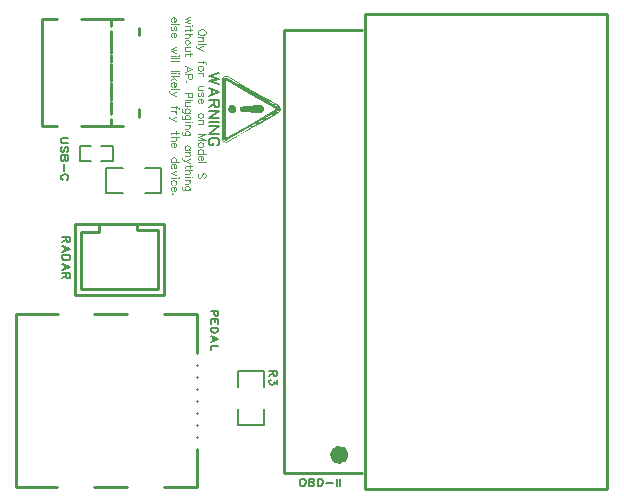
<source format=gto>
G04 Layer: TopSilkscreenLayer*
G04 EasyEDA Pro v2.2.37.7, 2025-04-21 16:56:55*
G04 Gerber Generator version 0.3*
G04 Scale: 100 percent, Rotated: No, Reflected: No*
G04 Dimensions in millimeters*
G04 Leading zeros omitted, absolute positions, 4 integers and 5 decimals*
%FSLAX45Y45*%
%MOMM*%
%ADD10C,0.127*%
%ADD11C,0.0508*%
%ADD12C,0.1524*%
%ADD13C,0.254*%
%ADD14C,0.8*%
G75*


G04 Image Start*
G36*
G01X-20891881Y4457051D02*
G01X-20892165Y4459978D01*
G01X-20892757Y4462333D01*
G01X-20893348Y4464688D01*
G01X-20894489Y4467570D01*
G01X-20895629Y4470451D01*
G01X-20897684Y4473580D01*
G01X-20899738Y4476710D01*
G01X-20902024Y4478995D01*
G01X-20904309Y4481280D01*
G01X-20906546Y4482857D01*
G01X-20908783Y4484435D01*
G01X-21124030Y4608961D01*
G01X-21339277Y4733487D01*
G01X-21341695Y4734508D01*
G01X-21344113Y4735529D01*
G01X-21347335Y4736315D01*
G01X-21350558Y4737100D01*
G01X-21355289Y4737076D01*
G01X-21360020Y4737052D01*
G01X-21363658Y4736111D01*
G01X-21367298Y4735169D01*
G01X-21370360Y4733700D01*
G01X-21373423Y4732231D01*
G01X-21375819Y4730634D01*
G01X-21378215Y4729037D01*
G01X-21380849Y4726474D01*
G01X-21383483Y4723910D01*
G01X-21385623Y4720648D01*
G01X-21387763Y4717385D01*
G01X-21388949Y4714533D01*
G01X-21390135Y4711681D01*
G01X-21390818Y4708336D01*
G01X-21391500Y4704992D01*
G01X-21391407Y4452605D01*
G01X-21391316Y4201675D01*
G01X-21383309Y4201675D01*
G01X-21383309Y4453578D01*
G01X-21383309Y4705116D01*
G01X-21375502Y4705116D01*
G01X-21375403Y4453578D01*
G01X-21355472Y4453578D01*
G01X-21355469Y4457767D01*
G01X-21337381Y4457767D01*
G01X-21337381Y4453578D01*
G01X-21337381Y4449388D01*
G01X-21336941Y4447203D01*
G01X-21336501Y4445017D01*
G01X-21335745Y4442649D01*
G01X-21334990Y4440281D01*
G01X-21333627Y4437549D01*
G01X-21332264Y4434817D01*
G01X-21330593Y4432592D01*
G01X-21328922Y4430367D01*
G01X-21326454Y4428038D01*
G01X-21323986Y4425710D01*
G01X-21321876Y4424310D01*
G01X-21319767Y4422911D01*
G01X-21317111Y4421683D01*
G01X-21314456Y4420455D01*
G01X-21311582Y4419622D01*
G01X-21308709Y4418788D01*
G01X-21302523Y4418789D01*
G01X-21296337Y4418789D01*
G01X-21294031Y4419427D01*
G01X-21291724Y4420065D01*
G01X-21289000Y4421157D01*
G01X-21286276Y4422249D01*
G01X-21283664Y4423936D01*
G01X-21281053Y4425623D01*
G01X-21278961Y4427433D01*
G01X-21276868Y4429243D01*
G01X-21274625Y4432212D01*
G01X-21272382Y4435181D01*
G01X-21270816Y4438476D01*
G01X-21269251Y4441770D01*
G01X-21268490Y4444851D01*
G01X-21267729Y4447931D01*
G01X-21267576Y4452485D01*
G01X-21267423Y4457038D01*
G01X-21267426Y4457053D01*
G01X-21238295Y4457053D01*
G01X-21238289Y4453767D01*
G01X-21238284Y4450481D01*
G01X-21237736Y4448155D01*
G01X-21237189Y4445829D01*
G01X-21235705Y4442974D01*
G01X-21234221Y4440118D01*
G01X-21231950Y4437832D01*
G01X-21229679Y4435546D01*
G01X-21227346Y4434170D01*
G01X-21225012Y4432794D01*
G01X-21222647Y4432058D01*
G01X-21220282Y4431321D01*
G01X-21213208Y4430785D01*
G01X-21206133Y4430250D01*
G01X-21182640Y4428248D01*
G01X-21159146Y4426246D01*
G01X-21148593Y4425348D01*
G01X-21138040Y4424450D01*
G01X-21103746Y4421528D01*
G01X-21069452Y4418606D01*
G01X-21067131Y4418606D01*
G01X-21064810Y4418606D01*
G01X-21061696Y4419150D01*
G01X-21058582Y4419693D01*
G01X-21055510Y4420806D01*
G01X-21052438Y4421919D01*
G01X-21049388Y4423785D01*
G01X-21046337Y4425650D01*
G01X-21043201Y4428777D01*
G01X-21040064Y4431903D01*
G01X-21038365Y4434537D01*
G01X-21036667Y4437172D01*
G01X-21035573Y4439746D01*
G01X-21034479Y4442319D01*
G01X-21033759Y4445125D01*
G01X-21033039Y4447931D01*
G01X-21032894Y4452303D01*
G01X-21032749Y4456674D01*
G01X-21032915Y4457767D01*
G01X-21032915Y4457767D01*
G01X-21033080Y4458860D01*
G01X-21033620Y4461327D01*
G01X-21034159Y4463794D01*
G01X-21035077Y4466236D01*
G01X-21035995Y4468678D01*
G01X-21037283Y4470982D01*
G01X-21038570Y4473287D01*
G01X-21040764Y4475909D01*
G01X-21042957Y4478531D01*
G01X-21044786Y4480095D01*
G01X-21046615Y4481658D01*
G01X-21048201Y4482751D01*
G01X-21049787Y4483843D01*
G01X-21052793Y4485286D01*
G01X-21055799Y4486729D01*
G01X-21058346Y4487486D01*
G01X-21060893Y4488243D01*
G01X-21065078Y4488424D01*
G01X-21069263Y4488604D01*
G01X-21106199Y4485480D01*
G01X-21143135Y4482355D01*
G01X-21173703Y4479802D01*
G01X-21204270Y4477249D01*
G01X-21212292Y4476527D01*
G01X-21220314Y4475804D01*
G01X-21222299Y4475220D01*
G01X-21224285Y4474636D01*
G01X-21226830Y4473305D01*
G01X-21229375Y4471974D01*
G01X-21231590Y4469788D01*
G01X-21233805Y4467602D01*
G01X-21235302Y4465053D01*
G01X-21236799Y4462502D01*
G01X-21237547Y4459778D01*
G01X-21238295Y4457053D01*
G01X-21267426Y4457053D01*
G01X-21267958Y4459865D01*
G01X-21267958Y4459865D01*
G01X-21268493Y4462692D01*
G01X-21269245Y4464925D01*
G01X-21269996Y4467158D01*
G01X-21271229Y4469608D01*
G01X-21272461Y4472058D01*
G01X-21274665Y4474985D01*
G01X-21276868Y4477912D01*
G01X-21278961Y4479722D01*
G01X-21281053Y4481532D01*
G01X-21283600Y4483177D01*
G01X-21286148Y4484822D01*
G01X-21288398Y4485769D01*
G01X-21290649Y4486717D01*
G01X-21293493Y4487542D01*
G01X-21296337Y4488367D01*
G01X-21302523Y4488367D01*
G01X-21308709Y4488367D01*
G01X-21311582Y4487534D01*
G01X-21314456Y4486701D01*
G01X-21317111Y4485472D01*
G01X-21319767Y4484244D01*
G01X-21321876Y4482845D01*
G01X-21323986Y4481445D01*
G01X-21326454Y4479117D01*
G01X-21328922Y4476789D01*
G01X-21330593Y4474564D01*
G01X-21332264Y4472338D01*
G01X-21333627Y4469606D01*
G01X-21334990Y4466874D01*
G01X-21335745Y4464506D01*
G01X-21336501Y4462138D01*
G01X-21336941Y4459953D01*
G01X-21337381Y4457767D01*
G01X-21355469Y4457767D01*
G01X-21355380Y4577262D01*
G01X-21355289Y4700947D01*
G01X-21141757Y4577394D01*
G01X-20928225Y4453840D01*
G01X-20928333Y4453515D01*
G01X-20928441Y4453190D01*
G01X-21141865Y4329699D01*
G01X-21141865Y4329699D01*
G01X-21355289Y4206209D01*
G01X-21355380Y4329893D01*
G01X-21355472Y4453578D01*
G01X-21375403Y4453578D01*
G01X-21375403Y4452849D01*
G01X-21375303Y4200582D01*
G01X-21373706Y4197303D01*
G01X-21372109Y4194025D01*
G01X-21369701Y4191657D01*
G01X-21367294Y4189289D01*
G01X-21365112Y4188136D01*
G01X-21362931Y4186982D01*
G01X-21360695Y4186406D01*
G01X-21358459Y4185828D01*
G01X-21355393Y4185828D01*
G01X-21352328Y4185828D01*
G01X-21350351Y4186415D01*
G01X-21348375Y4187003D01*
G01X-21346555Y4187925D01*
G01X-21344736Y4188847D01*
G01X-21166243Y4292122D01*
G01X-20987749Y4395396D01*
G01X-20952815Y4415605D01*
G01X-20917881Y4435814D01*
G01X-20915644Y4437402D01*
G01X-20913407Y4438989D01*
G01X-20911876Y4440910D01*
G01X-20910345Y4442831D01*
G01X-20909514Y4444470D01*
G01X-20908682Y4446110D01*
G01X-20908096Y4448088D01*
G01X-20907509Y4450067D01*
G01X-20907531Y4453735D01*
G01X-20907552Y4457403D01*
G01X-20908399Y4459850D01*
G01X-20908399Y4459850D01*
G01X-20909247Y4462298D01*
G01X-20910258Y4464040D01*
G01X-20911270Y4465781D01*
G01X-20913507Y4467967D01*
G01X-20915745Y4470153D01*
G01X-21130604Y4594426D01*
G01X-21345463Y4718700D01*
G01X-21347283Y4719599D01*
G01X-21349103Y4720498D01*
G01X-21351104Y4720974D01*
G01X-21353106Y4721450D01*
G01X-21356017Y4721410D01*
G01X-21358928Y4721369D01*
G01X-21361293Y4720633D01*
G01X-21363658Y4719896D01*
G01X-21365842Y4718586D01*
G01X-21368025Y4717275D01*
G01X-21369618Y4715749D01*
G01X-21371210Y4714223D01*
G01X-21372565Y4712157D01*
G01X-21373920Y4710090D01*
G01X-21374711Y4707603D01*
G01X-21375502Y4705116D01*
G01X-21383309Y4705116D01*
G01X-21383309Y4705480D01*
G01X-21382672Y4707848D01*
G01X-21382035Y4710216D01*
G01X-21380345Y4713677D01*
G01X-21378656Y4717138D01*
G01X-21375160Y4720643D01*
G01X-21371664Y4724149D01*
G01X-21367843Y4725988D01*
G01X-21364023Y4727826D01*
G01X-21361293Y4728430D01*
G01X-21358564Y4729033D01*
G01X-21354925Y4729016D01*
G01X-21351286Y4729000D01*
G01X-21348504Y4728284D01*
G01X-21345723Y4727569D01*
G01X-21343488Y4726440D01*
G01X-21341253Y4725311D01*
G01X-21127747Y4601800D01*
G01X-20914241Y4478289D01*
G01X-20912240Y4476981D01*
G01X-20910238Y4475673D01*
G01X-20908122Y4473654D01*
G01X-20906005Y4471635D01*
G01X-20904430Y4469254D01*
G01X-20902855Y4466874D01*
G01X-20901943Y4464688D01*
G01X-20901031Y4462502D01*
G01X-20900583Y4460863D01*
G01X-20900135Y4459224D01*
G01X-20899845Y4457220D01*
G01X-20899556Y4455217D01*
G01X-20899729Y4451905D01*
G01X-20899903Y4448593D01*
G01X-20900382Y4446805D01*
G01X-20900382Y4446805D01*
G01X-20900861Y4445017D01*
G01X-20901798Y4442731D01*
G01X-20902735Y4440444D01*
G01X-20904399Y4437939D01*
G01X-20906063Y4435433D01*
G01X-20908301Y4433359D01*
G01X-20910539Y4431285D01*
G01X-20912390Y4430079D01*
G01X-20914241Y4428872D01*
G01X-21081272Y4332250D01*
G01X-21248302Y4235628D01*
G01X-21294783Y4208733D01*
G01X-21341264Y4181839D01*
G01X-21343413Y4180753D01*
G01X-21345561Y4179668D01*
G01X-21348401Y4178923D01*
G01X-21351241Y4178178D01*
G01X-21355117Y4178178D01*
G01X-21358993Y4178178D01*
G01X-21361724Y4178877D01*
G01X-21364454Y4179577D01*
G01X-21366912Y4180692D01*
G01X-21369369Y4181807D01*
G01X-21371649Y4183436D01*
G01X-21373929Y4185065D01*
G01X-21376318Y4187648D01*
G01X-21378707Y4190231D01*
G01X-21380362Y4193585D01*
G01X-21382017Y4196939D01*
G01X-21382663Y4199307D01*
G01X-21383309Y4201675D01*
G01X-21391316Y4201675D01*
G01X-21391315Y4200217D01*
G01X-21390455Y4197121D01*
G01X-21389594Y4194025D01*
G01X-21388193Y4191069D01*
G01X-21386793Y4188113D01*
G01X-21384658Y4185240D01*
G01X-21382524Y4182368D01*
G01X-21380027Y4180039D01*
G01X-21377532Y4177710D01*
G01X-21375144Y4176170D01*
G01X-21372756Y4174630D01*
G01X-21370937Y4173723D01*
G01X-21369117Y4172816D01*
G01X-21366206Y4171871D01*
G01X-21363295Y4170927D01*
G01X-21360932Y4170513D01*
G01X-21358569Y4170100D01*
G01X-21354693Y4170121D01*
G01X-21350816Y4170142D01*
G01X-21347958Y4170725D01*
G01X-21345100Y4171308D01*
G01X-21342189Y4172482D01*
G01X-21339277Y4173655D01*
G01X-21281963Y4206832D01*
G01X-21224649Y4240009D01*
G01X-21067080Y4331175D01*
G01X-20909511Y4422341D01*
G01X-20907622Y4423591D01*
G01X-20905733Y4424841D01*
G01X-20903193Y4427195D01*
G01X-20900654Y4429549D01*
G01X-20898847Y4432001D01*
G01X-20897041Y4434453D01*
G01X-20895585Y4437367D01*
G01X-20894129Y4440281D01*
G01X-20893372Y4442737D01*
G01X-20892615Y4445192D01*
G01X-20892058Y4448383D01*
G01X-20891500Y4451574D01*
G01X-20891548Y4452849D01*
G01X-20891597Y4454124D01*
G01X-20891881Y4457051D01*
G37*
G04 Image End*

G04 Text Start*
G54D10*
G01X-21410676Y4756150D02*
G01X-21502370Y4734306D01*
G01X-21410676Y4712462D02*
G01X-21502370Y4734306D01*
G01X-21410676Y4712462D02*
G01X-21502370Y4690618D01*
G01X-21410676Y4668774D02*
G01X-21502370Y4690618D01*
G01X-21410676Y4600194D02*
G01X-21502370Y4634992D01*
G01X-21410676Y4600194D02*
G01X-21502370Y4565142D01*
G01X-21471636Y4622038D02*
G01X-21471636Y4578350D01*
G01X-21410676Y4531360D02*
G01X-21502370Y4531360D01*
G01X-21410676Y4531360D02*
G01X-21410676Y4492244D01*
G01X-21414994Y4479036D01*
G01X-21419312Y4474718D01*
G01X-21428202Y4470400D01*
G01X-21436838Y4470400D01*
G01X-21445474Y4474718D01*
G01X-21449792Y4479036D01*
G01X-21454364Y4492244D01*
G01X-21454364Y4531360D01*
G01X-21454364Y4500880D02*
G01X-21502370Y4470400D01*
G01X-21410676Y4436618D02*
G01X-21502370Y4436618D01*
G01X-21410676Y4436618D02*
G01X-21502370Y4375658D01*
G01X-21410676Y4375658D02*
G01X-21502370Y4375658D01*
G01X-21410676Y4341876D02*
G01X-21502370Y4341876D01*
G01X-21410676Y4308094D02*
G01X-21502370Y4308094D01*
G01X-21410676Y4308094D02*
G01X-21502370Y4247134D01*
G01X-21410676Y4247134D02*
G01X-21502370Y4247134D01*
G01X-21432520Y4148074D02*
G01X-21423630Y4152392D01*
G01X-21414994Y4161028D01*
G01X-21410676Y4169918D01*
G01X-21410676Y4187190D01*
G01X-21414994Y4196080D01*
G01X-21423630Y4204716D01*
G01X-21432520Y4209034D01*
G01X-21445474Y4213352D01*
G01X-21467318Y4213352D01*
G01X-21480526Y4209034D01*
G01X-21489162Y4204716D01*
G01X-21498052Y4196080D01*
G01X-21502370Y4187190D01*
G01X-21502370Y4169918D01*
G01X-21498052Y4161028D01*
G01X-21489162Y4152392D01*
G01X-21480526Y4148074D01*
G01X-21467318Y4148074D01*
G01X-21467318Y4169918D02*
G01X-21467318Y4148074D01*
G54D11*
G01X-21528532Y5110226D02*
G01X-21531326Y5116068D01*
G01X-21537422Y5122164D01*
G01X-21543518Y5125212D01*
G01X-21552662Y5128260D01*
G01X-21567648Y5128260D01*
G01X-21576792Y5125212D01*
G01X-21582634Y5122164D01*
G01X-21588730Y5116068D01*
G01X-21591778Y5110226D01*
G01X-21591778Y5098034D01*
G01X-21588730Y5091938D01*
G01X-21582634Y5086096D01*
G01X-21576792Y5083048D01*
G01X-21567648Y5080000D01*
G01X-21552662Y5080000D01*
G01X-21543518Y5083048D01*
G01X-21537422Y5086096D01*
G01X-21531326Y5091938D01*
G01X-21528532Y5098034D01*
G01X-21528532Y5110226D01*
G01X-21549614Y5060442D02*
G01X-21591778Y5060442D01*
G01X-21561552Y5060442D02*
G01X-21552662Y5051298D01*
G01X-21549614Y5045456D01*
G01X-21549614Y5036312D01*
G01X-21552662Y5030216D01*
G01X-21561552Y5027168D01*
G01X-21591778Y5027168D01*
G01X-21528532Y5007610D02*
G01X-21591778Y5007610D01*
G01X-21549614Y4985004D02*
G01X-21591778Y4966970D01*
G01X-21549614Y4948936D02*
G01X-21591778Y4966970D01*
G01X-21603716Y4973066D01*
G01X-21609812Y4978908D01*
G01X-21612860Y4985004D01*
G01X-21612860Y4988052D01*
G01X-21528532Y4837684D02*
G01X-21528532Y4843780D01*
G01X-21531326Y4849622D01*
G01X-21540470Y4852670D01*
G01X-21591778Y4852670D01*
G01X-21549614Y4861814D02*
G01X-21549614Y4840732D01*
G01X-21549614Y4803140D02*
G01X-21552662Y4808982D01*
G01X-21558504Y4815078D01*
G01X-21567648Y4818126D01*
G01X-21573744Y4818126D01*
G01X-21582634Y4815078D01*
G01X-21588730Y4808982D01*
G01X-21591778Y4803140D01*
G01X-21591778Y4793996D01*
G01X-21588730Y4787900D01*
G01X-21582634Y4781804D01*
G01X-21573744Y4779010D01*
G01X-21567648Y4779010D01*
G01X-21558504Y4781804D01*
G01X-21552662Y4787900D01*
G01X-21549614Y4793996D01*
G01X-21549614Y4803140D01*
G01X-21549614Y4759452D02*
G01X-21591778Y4759452D01*
G01X-21567648Y4759452D02*
G01X-21558504Y4756404D01*
G01X-21552662Y4750308D01*
G01X-21549614Y4744466D01*
G01X-21549614Y4735322D01*
G01X-21549614Y4648200D02*
G01X-21579586Y4648200D01*
G01X-21588730Y4645152D01*
G01X-21591778Y4639056D01*
G01X-21591778Y4630166D01*
G01X-21588730Y4624070D01*
G01X-21579586Y4614926D01*
G01X-21549614Y4614926D02*
G01X-21591778Y4614926D01*
G01X-21558504Y4562094D02*
G01X-21552662Y4565142D01*
G01X-21549614Y4574286D01*
G01X-21549614Y4583176D01*
G01X-21552662Y4592320D01*
G01X-21558504Y4595368D01*
G01X-21564600Y4592320D01*
G01X-21567648Y4586224D01*
G01X-21570696Y4571238D01*
G01X-21573744Y4565142D01*
G01X-21579586Y4562094D01*
G01X-21582634Y4562094D01*
G01X-21588730Y4565142D01*
G01X-21591778Y4574286D01*
G01X-21591778Y4583176D01*
G01X-21588730Y4592320D01*
G01X-21582634Y4595368D01*
G01X-21567648Y4542536D02*
G01X-21567648Y4506214D01*
G01X-21561552Y4506214D01*
G01X-21555456Y4509262D01*
G01X-21552662Y4512310D01*
G01X-21549614Y4518406D01*
G01X-21549614Y4527550D01*
G01X-21552662Y4533392D01*
G01X-21558504Y4539488D01*
G01X-21567648Y4542536D01*
G01X-21573744Y4542536D01*
G01X-21582634Y4539488D01*
G01X-21588730Y4533392D01*
G01X-21591778Y4527550D01*
G01X-21591778Y4518406D01*
G01X-21588730Y4512310D01*
G01X-21582634Y4506214D01*
G01X-21549614Y4404106D02*
G01X-21552662Y4409948D01*
G01X-21558504Y4416044D01*
G01X-21567648Y4419092D01*
G01X-21573744Y4419092D01*
G01X-21582634Y4416044D01*
G01X-21588730Y4409948D01*
G01X-21591778Y4404106D01*
G01X-21591778Y4394962D01*
G01X-21588730Y4388866D01*
G01X-21582634Y4382770D01*
G01X-21573744Y4379976D01*
G01X-21567648Y4379976D01*
G01X-21558504Y4382770D01*
G01X-21552662Y4388866D01*
G01X-21549614Y4394962D01*
G01X-21549614Y4404106D01*
G01X-21549614Y4360418D02*
G01X-21591778Y4360418D01*
G01X-21561552Y4360418D02*
G01X-21552662Y4351274D01*
G01X-21549614Y4345432D01*
G01X-21549614Y4336288D01*
G01X-21552662Y4330192D01*
G01X-21561552Y4327144D01*
G01X-21591778Y4327144D01*
G01X-21528532Y4240022D02*
G01X-21591778Y4240022D01*
G01X-21528532Y4240022D02*
G01X-21591778Y4215892D01*
G01X-21528532Y4191762D02*
G01X-21591778Y4215892D01*
G01X-21528532Y4191762D02*
G01X-21591778Y4191762D01*
G01X-21549614Y4157218D02*
G01X-21552662Y4163060D01*
G01X-21558504Y4169156D01*
G01X-21567648Y4172204D01*
G01X-21573744Y4172204D01*
G01X-21582634Y4169156D01*
G01X-21588730Y4163060D01*
G01X-21591778Y4157218D01*
G01X-21591778Y4148074D01*
G01X-21588730Y4141978D01*
G01X-21582634Y4135882D01*
G01X-21573744Y4133088D01*
G01X-21567648Y4133088D01*
G01X-21558504Y4135882D01*
G01X-21552662Y4141978D01*
G01X-21549614Y4148074D01*
G01X-21549614Y4157218D01*
G01X-21528532Y4077208D02*
G01X-21591778Y4077208D01*
G01X-21558504Y4077208D02*
G01X-21552662Y4083304D01*
G01X-21549614Y4089400D01*
G01X-21549614Y4098544D01*
G01X-21552662Y4104386D01*
G01X-21558504Y4110482D01*
G01X-21567648Y4113530D01*
G01X-21573744Y4113530D01*
G01X-21582634Y4110482D01*
G01X-21588730Y4104386D01*
G01X-21591778Y4098544D01*
G01X-21591778Y4089400D01*
G01X-21588730Y4083304D01*
G01X-21582634Y4077208D01*
G01X-21567648Y4057650D02*
G01X-21567648Y4021328D01*
G01X-21561552Y4021328D01*
G01X-21555456Y4024376D01*
G01X-21552662Y4027424D01*
G01X-21549614Y4033520D01*
G01X-21549614Y4042664D01*
G01X-21552662Y4048506D01*
G01X-21558504Y4054602D01*
G01X-21567648Y4057650D01*
G01X-21573744Y4057650D01*
G01X-21582634Y4054602D01*
G01X-21588730Y4048506D01*
G01X-21591778Y4042664D01*
G01X-21591778Y4033520D01*
G01X-21588730Y4027424D01*
G01X-21582634Y4021328D01*
G01X-21528532Y4001770D02*
G01X-21591778Y4001770D01*
G01X-21537422Y3872484D02*
G01X-21531326Y3878326D01*
G01X-21528532Y3887470D01*
G01X-21528532Y3899662D01*
G01X-21531326Y3908552D01*
G01X-21537422Y3914648D01*
G01X-21543518Y3914648D01*
G01X-21549614Y3911600D01*
G01X-21552662Y3908552D01*
G01X-21555456Y3902456D01*
G01X-21561552Y3884422D01*
G01X-21564600Y3878326D01*
G01X-21567648Y3875532D01*
G01X-21573744Y3872484D01*
G01X-21582634Y3872484D01*
G01X-21588730Y3878326D01*
G01X-21591778Y3887470D01*
G01X-21591778Y3899662D01*
G01X-21588730Y3908552D01*
G01X-21582634Y3914648D01*
G01X-21663914Y5229860D02*
G01X-21706078Y5217668D01*
G01X-21663914Y5205730D02*
G01X-21706078Y5217668D01*
G01X-21663914Y5205730D02*
G01X-21706078Y5193538D01*
G01X-21663914Y5181600D02*
G01X-21706078Y5193538D01*
G01X-21642832Y5162042D02*
G01X-21645626Y5158994D01*
G01X-21642832Y5155946D01*
G01X-21639784Y5158994D01*
G01X-21642832Y5162042D01*
G01X-21663914Y5158994D02*
G01X-21706078Y5158994D01*
G01X-21642832Y5127244D02*
G01X-21693886Y5127244D01*
G01X-21703030Y5124196D01*
G01X-21706078Y5118354D01*
G01X-21706078Y5112258D01*
G01X-21663914Y5136388D02*
G01X-21663914Y5115306D01*
G01X-21642832Y5092700D02*
G01X-21706078Y5092700D01*
G01X-21675852Y5092700D02*
G01X-21666962Y5083556D01*
G01X-21663914Y5077714D01*
G01X-21663914Y5068570D01*
G01X-21666962Y5062474D01*
G01X-21675852Y5059426D01*
G01X-21706078Y5059426D01*
G01X-21663914Y5024882D02*
G01X-21666962Y5030724D01*
G01X-21672804Y5036820D01*
G01X-21681948Y5039868D01*
G01X-21688044Y5039868D01*
G01X-21696934Y5036820D01*
G01X-21703030Y5030724D01*
G01X-21706078Y5024882D01*
G01X-21706078Y5015738D01*
G01X-21703030Y5009642D01*
G01X-21696934Y5003546D01*
G01X-21688044Y5000752D01*
G01X-21681948Y5000752D01*
G01X-21672804Y5003546D01*
G01X-21666962Y5009642D01*
G01X-21663914Y5015738D01*
G01X-21663914Y5024882D01*
G01X-21663914Y4981194D02*
G01X-21693886Y4981194D01*
G01X-21703030Y4978146D01*
G01X-21706078Y4972050D01*
G01X-21706078Y4963160D01*
G01X-21703030Y4957064D01*
G01X-21693886Y4947920D01*
G01X-21663914Y4947920D02*
G01X-21706078Y4947920D01*
G01X-21642832Y4919218D02*
G01X-21693886Y4919218D01*
G01X-21703030Y4916170D01*
G01X-21706078Y4910328D01*
G01X-21706078Y4904232D01*
G01X-21663914Y4928362D02*
G01X-21663914Y4907280D01*
G01X-21642832Y4792980D02*
G01X-21706078Y4817110D01*
G01X-21642832Y4792980D02*
G01X-21706078Y4768850D01*
G01X-21684996Y4807966D02*
G01X-21684996Y4777994D01*
G01X-21642832Y4749292D02*
G01X-21706078Y4749292D01*
G01X-21642832Y4749292D02*
G01X-21642832Y4722114D01*
G01X-21645626Y4712970D01*
G01X-21648674Y4710176D01*
G01X-21654770Y4707128D01*
G01X-21663914Y4707128D01*
G01X-21669756Y4710176D01*
G01X-21672804Y4712970D01*
G01X-21675852Y4722114D01*
G01X-21675852Y4749292D01*
G01X-21691092Y4684522D02*
G01X-21693886Y4687570D01*
G01X-21696934Y4684522D01*
G01X-21693886Y4681474D01*
G01X-21691092Y4684522D01*
G01X-21642832Y4594352D02*
G01X-21706078Y4594352D01*
G01X-21642832Y4594352D02*
G01X-21642832Y4567174D01*
G01X-21645626Y4558030D01*
G01X-21648674Y4555236D01*
G01X-21654770Y4552188D01*
G01X-21663914Y4552188D01*
G01X-21669756Y4555236D01*
G01X-21672804Y4558030D01*
G01X-21675852Y4567174D01*
G01X-21675852Y4594352D01*
G01X-21642832Y4532630D02*
G01X-21706078Y4532630D01*
G01X-21663914Y4513072D02*
G01X-21693886Y4513072D01*
G01X-21703030Y4510024D01*
G01X-21706078Y4503928D01*
G01X-21706078Y4495038D01*
G01X-21703030Y4488942D01*
G01X-21693886Y4479798D01*
G01X-21663914Y4479798D02*
G01X-21706078Y4479798D01*
G01X-21663914Y4423918D02*
G01X-21712174Y4423918D01*
G01X-21721064Y4426966D01*
G01X-21724112Y4430014D01*
G01X-21727160Y4436110D01*
G01X-21727160Y4445254D01*
G01X-21724112Y4451096D01*
G01X-21672804Y4423918D02*
G01X-21666962Y4430014D01*
G01X-21663914Y4436110D01*
G01X-21663914Y4445254D01*
G01X-21666962Y4451096D01*
G01X-21672804Y4457192D01*
G01X-21681948Y4460240D01*
G01X-21688044Y4460240D01*
G01X-21696934Y4457192D01*
G01X-21703030Y4451096D01*
G01X-21706078Y4445254D01*
G01X-21706078Y4436110D01*
G01X-21703030Y4430014D01*
G01X-21696934Y4423918D01*
G01X-21663914Y4368038D02*
G01X-21712174Y4368038D01*
G01X-21721064Y4371086D01*
G01X-21724112Y4374134D01*
G01X-21727160Y4380230D01*
G01X-21727160Y4389374D01*
G01X-21724112Y4395216D01*
G01X-21672804Y4368038D02*
G01X-21666962Y4374134D01*
G01X-21663914Y4380230D01*
G01X-21663914Y4389374D01*
G01X-21666962Y4395216D01*
G01X-21672804Y4401312D01*
G01X-21681948Y4404360D01*
G01X-21688044Y4404360D01*
G01X-21696934Y4401312D01*
G01X-21703030Y4395216D01*
G01X-21706078Y4389374D01*
G01X-21706078Y4380230D01*
G01X-21703030Y4374134D01*
G01X-21696934Y4368038D01*
G01X-21642832Y4348480D02*
G01X-21645626Y4345432D01*
G01X-21642832Y4342384D01*
G01X-21639784Y4345432D01*
G01X-21642832Y4348480D01*
G01X-21663914Y4345432D02*
G01X-21706078Y4345432D01*
G01X-21663914Y4322826D02*
G01X-21706078Y4322826D01*
G01X-21675852Y4322826D02*
G01X-21666962Y4313682D01*
G01X-21663914Y4307840D01*
G01X-21663914Y4298696D01*
G01X-21666962Y4292600D01*
G01X-21675852Y4289552D01*
G01X-21706078Y4289552D01*
G01X-21663914Y4233672D02*
G01X-21712174Y4233672D01*
G01X-21721064Y4236720D01*
G01X-21724112Y4239768D01*
G01X-21727160Y4245864D01*
G01X-21727160Y4255008D01*
G01X-21724112Y4260850D01*
G01X-21672804Y4233672D02*
G01X-21666962Y4239768D01*
G01X-21663914Y4245864D01*
G01X-21663914Y4255008D01*
G01X-21666962Y4260850D01*
G01X-21672804Y4266946D01*
G01X-21681948Y4269994D01*
G01X-21688044Y4269994D01*
G01X-21696934Y4266946D01*
G01X-21703030Y4260850D01*
G01X-21706078Y4255008D01*
G01X-21706078Y4245864D01*
G01X-21703030Y4239768D01*
G01X-21696934Y4233672D01*
G01X-21663914Y4110228D02*
G01X-21706078Y4110228D01*
G01X-21672804Y4110228D02*
G01X-21666962Y4116324D01*
G01X-21663914Y4122420D01*
G01X-21663914Y4131564D01*
G01X-21666962Y4137406D01*
G01X-21672804Y4143502D01*
G01X-21681948Y4146550D01*
G01X-21688044Y4146550D01*
G01X-21696934Y4143502D01*
G01X-21703030Y4137406D01*
G01X-21706078Y4131564D01*
G01X-21706078Y4122420D01*
G01X-21703030Y4116324D01*
G01X-21696934Y4110228D01*
G01X-21663914Y4090670D02*
G01X-21706078Y4090670D01*
G01X-21675852Y4090670D02*
G01X-21666962Y4081526D01*
G01X-21663914Y4075684D01*
G01X-21663914Y4066540D01*
G01X-21666962Y4060444D01*
G01X-21675852Y4057396D01*
G01X-21706078Y4057396D01*
G01X-21663914Y4034790D02*
G01X-21706078Y4016756D01*
G01X-21663914Y3998722D02*
G01X-21706078Y4016756D01*
G01X-21718016Y4022852D01*
G01X-21724112Y4028694D01*
G01X-21727160Y4034790D01*
G01X-21727160Y4037838D01*
G01X-21642832Y3970020D02*
G01X-21693886Y3970020D01*
G01X-21703030Y3966972D01*
G01X-21706078Y3961130D01*
G01X-21706078Y3955034D01*
G01X-21663914Y3979164D02*
G01X-21663914Y3958082D01*
G01X-21642832Y3935476D02*
G01X-21706078Y3935476D01*
G01X-21675852Y3935476D02*
G01X-21666962Y3926332D01*
G01X-21663914Y3920490D01*
G01X-21663914Y3911346D01*
G01X-21666962Y3905250D01*
G01X-21675852Y3902202D01*
G01X-21706078Y3902202D01*
G01X-21642832Y3882644D02*
G01X-21645626Y3879596D01*
G01X-21642832Y3876548D01*
G01X-21639784Y3879596D01*
G01X-21642832Y3882644D01*
G01X-21663914Y3879596D02*
G01X-21706078Y3879596D01*
G01X-21663914Y3856990D02*
G01X-21706078Y3856990D01*
G01X-21675852Y3856990D02*
G01X-21666962Y3847846D01*
G01X-21663914Y3842004D01*
G01X-21663914Y3832860D01*
G01X-21666962Y3826764D01*
G01X-21675852Y3823716D01*
G01X-21706078Y3823716D01*
G01X-21663914Y3767836D02*
G01X-21712174Y3767836D01*
G01X-21721064Y3770884D01*
G01X-21724112Y3773932D01*
G01X-21727160Y3780028D01*
G01X-21727160Y3789172D01*
G01X-21724112Y3795014D01*
G01X-21672804Y3767836D02*
G01X-21666962Y3773932D01*
G01X-21663914Y3780028D01*
G01X-21663914Y3789172D01*
G01X-21666962Y3795014D01*
G01X-21672804Y3801110D01*
G01X-21681948Y3804158D01*
G01X-21688044Y3804158D01*
G01X-21696934Y3801110D01*
G01X-21703030Y3795014D01*
G01X-21706078Y3789172D01*
G01X-21706078Y3780028D01*
G01X-21703030Y3773932D01*
G01X-21696934Y3767836D01*
G01X-21796248Y5229860D02*
G01X-21796248Y5193538D01*
G01X-21790152Y5193538D01*
G01X-21784056Y5196586D01*
G01X-21781262Y5199634D01*
G01X-21778214Y5205730D01*
G01X-21778214Y5214874D01*
G01X-21781262Y5220716D01*
G01X-21787104Y5226812D01*
G01X-21796248Y5229860D01*
G01X-21802344Y5229860D01*
G01X-21811234Y5226812D01*
G01X-21817330Y5220716D01*
G01X-21820378Y5214874D01*
G01X-21820378Y5205730D01*
G01X-21817330Y5199634D01*
G01X-21811234Y5193538D01*
G01X-21757132Y5173980D02*
G01X-21820378Y5173980D01*
G01X-21787104Y5121148D02*
G01X-21781262Y5124196D01*
G01X-21778214Y5133340D01*
G01X-21778214Y5142230D01*
G01X-21781262Y5151374D01*
G01X-21787104Y5154422D01*
G01X-21793200Y5151374D01*
G01X-21796248Y5145278D01*
G01X-21799296Y5130292D01*
G01X-21802344Y5124196D01*
G01X-21808186Y5121148D01*
G01X-21811234Y5121148D01*
G01X-21817330Y5124196D01*
G01X-21820378Y5133340D01*
G01X-21820378Y5142230D01*
G01X-21817330Y5151374D01*
G01X-21811234Y5154422D01*
G01X-21796248Y5101590D02*
G01X-21796248Y5065268D01*
G01X-21790152Y5065268D01*
G01X-21784056Y5068316D01*
G01X-21781262Y5071364D01*
G01X-21778214Y5077460D01*
G01X-21778214Y5086604D01*
G01X-21781262Y5092446D01*
G01X-21787104Y5098542D01*
G01X-21796248Y5101590D01*
G01X-21802344Y5101590D01*
G01X-21811234Y5098542D01*
G01X-21817330Y5092446D01*
G01X-21820378Y5086604D01*
G01X-21820378Y5077460D01*
G01X-21817330Y5071364D01*
G01X-21811234Y5065268D01*
G01X-21778214Y4978146D02*
G01X-21820378Y4965954D01*
G01X-21778214Y4954016D02*
G01X-21820378Y4965954D01*
G01X-21778214Y4954016D02*
G01X-21820378Y4941824D01*
G01X-21778214Y4929886D02*
G01X-21820378Y4941824D01*
G01X-21757132Y4910328D02*
G01X-21759926Y4907280D01*
G01X-21757132Y4904232D01*
G01X-21754084Y4907280D01*
G01X-21757132Y4910328D01*
G01X-21778214Y4907280D02*
G01X-21820378Y4907280D01*
G01X-21757132Y4884674D02*
G01X-21820378Y4884674D01*
G01X-21757132Y4865116D02*
G01X-21820378Y4865116D01*
G01X-21757132Y4777994D02*
G01X-21820378Y4777994D01*
G01X-21757132Y4758436D02*
G01X-21759926Y4755388D01*
G01X-21757132Y4752340D01*
G01X-21754084Y4755388D01*
G01X-21757132Y4758436D01*
G01X-21778214Y4755388D02*
G01X-21820378Y4755388D01*
G01X-21757132Y4732782D02*
G01X-21820378Y4732782D01*
G01X-21778214Y4702556D02*
G01X-21808186Y4732782D01*
G01X-21796248Y4720590D02*
G01X-21820378Y4699508D01*
G01X-21796248Y4679950D02*
G01X-21796248Y4643628D01*
G01X-21790152Y4643628D01*
G01X-21784056Y4646676D01*
G01X-21781262Y4649724D01*
G01X-21778214Y4655820D01*
G01X-21778214Y4664964D01*
G01X-21781262Y4670806D01*
G01X-21787104Y4676902D01*
G01X-21796248Y4679950D01*
G01X-21802344Y4679950D01*
G01X-21811234Y4676902D01*
G01X-21817330Y4670806D01*
G01X-21820378Y4664964D01*
G01X-21820378Y4655820D01*
G01X-21817330Y4649724D01*
G01X-21811234Y4643628D01*
G01X-21757132Y4624070D02*
G01X-21820378Y4624070D01*
G01X-21778214Y4601464D02*
G01X-21820378Y4583430D01*
G01X-21778214Y4565396D02*
G01X-21820378Y4583430D01*
G01X-21832316Y4589526D01*
G01X-21838412Y4595368D01*
G01X-21841460Y4601464D01*
G01X-21841460Y4604512D01*
G01X-21757132Y4454144D02*
G01X-21757132Y4460240D01*
G01X-21759926Y4466082D01*
G01X-21769070Y4469130D01*
G01X-21820378Y4469130D01*
G01X-21778214Y4478274D02*
G01X-21778214Y4457192D01*
G01X-21778214Y4434586D02*
G01X-21820378Y4434586D01*
G01X-21796248Y4434586D02*
G01X-21787104Y4431538D01*
G01X-21781262Y4425442D01*
G01X-21778214Y4419600D01*
G01X-21778214Y4410456D01*
G01X-21778214Y4387850D02*
G01X-21820378Y4369816D01*
G01X-21778214Y4351782D02*
G01X-21820378Y4369816D01*
G01X-21832316Y4375912D01*
G01X-21838412Y4381754D01*
G01X-21841460Y4387850D01*
G01X-21841460Y4390898D01*
G01X-21757132Y4255516D02*
G01X-21808186Y4255516D01*
G01X-21817330Y4252468D01*
G01X-21820378Y4246626D01*
G01X-21820378Y4240530D01*
G01X-21778214Y4264660D02*
G01X-21778214Y4243578D01*
G01X-21757132Y4220972D02*
G01X-21820378Y4220972D01*
G01X-21790152Y4220972D02*
G01X-21781262Y4211828D01*
G01X-21778214Y4205986D01*
G01X-21778214Y4196842D01*
G01X-21781262Y4190746D01*
G01X-21790152Y4187698D01*
G01X-21820378Y4187698D01*
G01X-21796248Y4168140D02*
G01X-21796248Y4131818D01*
G01X-21790152Y4131818D01*
G01X-21784056Y4134866D01*
G01X-21781262Y4137914D01*
G01X-21778214Y4144010D01*
G01X-21778214Y4153154D01*
G01X-21781262Y4158996D01*
G01X-21787104Y4165092D01*
G01X-21796248Y4168140D01*
G01X-21802344Y4168140D01*
G01X-21811234Y4165092D01*
G01X-21817330Y4158996D01*
G01X-21820378Y4153154D01*
G01X-21820378Y4144010D01*
G01X-21817330Y4137914D01*
G01X-21811234Y4131818D01*
G01X-21757132Y4008374D02*
G01X-21820378Y4008374D01*
G01X-21787104Y4008374D02*
G01X-21781262Y4014470D01*
G01X-21778214Y4020566D01*
G01X-21778214Y4029710D01*
G01X-21781262Y4035552D01*
G01X-21787104Y4041648D01*
G01X-21796248Y4044696D01*
G01X-21802344Y4044696D01*
G01X-21811234Y4041648D01*
G01X-21817330Y4035552D01*
G01X-21820378Y4029710D01*
G01X-21820378Y4020566D01*
G01X-21817330Y4014470D01*
G01X-21811234Y4008374D01*
G01X-21796248Y3988816D02*
G01X-21796248Y3952494D01*
G01X-21790152Y3952494D01*
G01X-21784056Y3955542D01*
G01X-21781262Y3958590D01*
G01X-21778214Y3964686D01*
G01X-21778214Y3973830D01*
G01X-21781262Y3979672D01*
G01X-21787104Y3985768D01*
G01X-21796248Y3988816D01*
G01X-21802344Y3988816D01*
G01X-21811234Y3985768D01*
G01X-21817330Y3979672D01*
G01X-21820378Y3973830D01*
G01X-21820378Y3964686D01*
G01X-21817330Y3958590D01*
G01X-21811234Y3952494D01*
G01X-21778214Y3932936D02*
G01X-21820378Y3914902D01*
G01X-21778214Y3896614D02*
G01X-21820378Y3914902D01*
G01X-21757132Y3877056D02*
G01X-21759926Y3874008D01*
G01X-21757132Y3870960D01*
G01X-21754084Y3874008D01*
G01X-21757132Y3877056D01*
G01X-21778214Y3874008D02*
G01X-21820378Y3874008D01*
G01X-21787104Y3815080D02*
G01X-21781262Y3821176D01*
G01X-21778214Y3827272D01*
G01X-21778214Y3836416D01*
G01X-21781262Y3842258D01*
G01X-21787104Y3848354D01*
G01X-21796248Y3851402D01*
G01X-21802344Y3851402D01*
G01X-21811234Y3848354D01*
G01X-21817330Y3842258D01*
G01X-21820378Y3836416D01*
G01X-21820378Y3827272D01*
G01X-21817330Y3821176D01*
G01X-21811234Y3815080D01*
G01X-21796248Y3795522D02*
G01X-21796248Y3759200D01*
G01X-21790152Y3759200D01*
G01X-21784056Y3762248D01*
G01X-21781262Y3765296D01*
G01X-21778214Y3771392D01*
G01X-21778214Y3780536D01*
G01X-21781262Y3786378D01*
G01X-21787104Y3792474D01*
G01X-21796248Y3795522D01*
G01X-21802344Y3795522D01*
G01X-21811234Y3792474D01*
G01X-21817330Y3786378D01*
G01X-21820378Y3780536D01*
G01X-21820378Y3771392D01*
G01X-21817330Y3765296D01*
G01X-21811234Y3759200D01*
G01X-21805392Y3736594D02*
G01X-21808186Y3739642D01*
G01X-21811234Y3736594D01*
G01X-21808186Y3733546D01*
G01X-21805392Y3736594D01*
G54D12*
G01X-20712938Y1326134D02*
G01X-20719034Y1323086D01*
G01X-20725384Y1316990D01*
G01X-20728432Y1310640D01*
G01X-20731480Y1301496D01*
G01X-20731480Y1286002D01*
G01X-20728432Y1276604D01*
G01X-20725384Y1270508D01*
G01X-20719034Y1264158D01*
G01X-20712938Y1261110D01*
G01X-20700492Y1261110D01*
G01X-20694396Y1264158D01*
G01X-20688046Y1270508D01*
G01X-20684998Y1276604D01*
G01X-20681950Y1286002D01*
G01X-20681950Y1301496D01*
G01X-20684998Y1310640D01*
G01X-20688046Y1316990D01*
G01X-20694396Y1323086D01*
G01X-20700492Y1326134D01*
G01X-20712938Y1326134D01*
G01X-20651724Y1326134D02*
G01X-20651724Y1261110D01*
G01X-20651724Y1326134D02*
G01X-20624038Y1326134D01*
G01X-20614640Y1323086D01*
G01X-20611592Y1320038D01*
G01X-20608544Y1313688D01*
G01X-20608544Y1307592D01*
G01X-20611592Y1301496D01*
G01X-20614640Y1298448D01*
G01X-20624038Y1295146D01*
G01X-20651724Y1295146D02*
G01X-20624038Y1295146D01*
G01X-20614640Y1292098D01*
G01X-20611592Y1289050D01*
G01X-20608544Y1282954D01*
G01X-20608544Y1273556D01*
G01X-20611592Y1267460D01*
G01X-20614640Y1264158D01*
G01X-20624038Y1261110D01*
G01X-20651724Y1261110D01*
G01X-20578318Y1326134D02*
G01X-20578318Y1261110D01*
G01X-20578318Y1326134D02*
G01X-20556728Y1326134D01*
G01X-20547584Y1323086D01*
G01X-20541234Y1316990D01*
G01X-20538186Y1310640D01*
G01X-20535138Y1301496D01*
G01X-20535138Y1286002D01*
G01X-20538186Y1276604D01*
G01X-20541234Y1270508D01*
G01X-20547584Y1264158D01*
G01X-20556728Y1261110D01*
G01X-20578318Y1261110D01*
G01X-20504912Y1289050D02*
G01X-20449286Y1289050D01*
G01X-20419060Y1326134D02*
G01X-20419060Y1261110D01*
G01X-20388834Y1326134D02*
G01X-20388834Y1261110D01*
G01X-21419566Y2748280D02*
G01X-21484590Y2748280D01*
G01X-21419566Y2748280D02*
G01X-21419566Y2720340D01*
G01X-21422614Y2711196D01*
G01X-21425662Y2708148D01*
G01X-21432012Y2704846D01*
G01X-21441156Y2704846D01*
G01X-21447252Y2708148D01*
G01X-21450554Y2711196D01*
G01X-21453602Y2720340D01*
G01X-21453602Y2748280D01*
G01X-21419566Y2674620D02*
G01X-21484590Y2674620D01*
G01X-21419566Y2674620D02*
G01X-21419566Y2634488D01*
G01X-21450554Y2674620D02*
G01X-21450554Y2649982D01*
G01X-21484590Y2674620D02*
G01X-21484590Y2634488D01*
G01X-21419566Y2604262D02*
G01X-21484590Y2604262D01*
G01X-21419566Y2604262D02*
G01X-21419566Y2582672D01*
G01X-21422614Y2573528D01*
G01X-21428710Y2567178D01*
G01X-21435060Y2564130D01*
G01X-21444204Y2561082D01*
G01X-21459698Y2561082D01*
G01X-21469096Y2564130D01*
G01X-21475192Y2567178D01*
G01X-21481542Y2573528D01*
G01X-21484590Y2582672D01*
G01X-21484590Y2604262D01*
G01X-21419566Y2506218D02*
G01X-21484590Y2530856D01*
G01X-21419566Y2506218D02*
G01X-21484590Y2481326D01*
G01X-21462746Y2521712D02*
G01X-21462746Y2490724D01*
G01X-21419566Y2451100D02*
G01X-21484590Y2451100D01*
G01X-21484590Y2451100D02*
G01X-21484590Y2414016D01*
G01X-22689566Y4208780D02*
G01X-22736048Y4208780D01*
G01X-22745192Y4205732D01*
G01X-22751542Y4199382D01*
G01X-22754590Y4190238D01*
G01X-22754590Y4183888D01*
G01X-22751542Y4174744D01*
G01X-22745192Y4168648D01*
G01X-22736048Y4165346D01*
G01X-22689566Y4165346D01*
G01X-22698710Y4091940D02*
G01X-22692614Y4098036D01*
G01X-22689566Y4107434D01*
G01X-22689566Y4119880D01*
G01X-22692614Y4129024D01*
G01X-22698710Y4135120D01*
G01X-22705060Y4135120D01*
G01X-22711156Y4132072D01*
G01X-22714204Y4129024D01*
G01X-22717252Y4122928D01*
G01X-22723602Y4104386D01*
G01X-22726650Y4098036D01*
G01X-22729698Y4094988D01*
G01X-22736048Y4091940D01*
G01X-22745192Y4091940D01*
G01X-22751542Y4098036D01*
G01X-22754590Y4107434D01*
G01X-22754590Y4119880D01*
G01X-22751542Y4129024D01*
G01X-22745192Y4135120D01*
G01X-22689566Y4061714D02*
G01X-22754590Y4061714D01*
G01X-22689566Y4061714D02*
G01X-22689566Y4034028D01*
G01X-22692614Y4024630D01*
G01X-22695662Y4021582D01*
G01X-22702012Y4018534D01*
G01X-22708108Y4018534D01*
G01X-22714204Y4021582D01*
G01X-22717252Y4024630D01*
G01X-22720554Y4034028D01*
G01X-22720554Y4061714D02*
G01X-22720554Y4034028D01*
G01X-22723602Y4024630D01*
G01X-22726650Y4021582D01*
G01X-22732746Y4018534D01*
G01X-22742144Y4018534D01*
G01X-22748240Y4021582D01*
G01X-22751542Y4024630D01*
G01X-22754590Y4034028D01*
G01X-22754590Y4061714D01*
G01X-22726650Y3988308D02*
G01X-22726650Y3932682D01*
G01X-22705060Y3856228D02*
G01X-22698710Y3859276D01*
G01X-22692614Y3865372D01*
G01X-22689566Y3871722D01*
G01X-22689566Y3883914D01*
G01X-22692614Y3890264D01*
G01X-22698710Y3896360D01*
G01X-22705060Y3899408D01*
G01X-22714204Y3902456D01*
G01X-22729698Y3902456D01*
G01X-22739096Y3899408D01*
G01X-22745192Y3896360D01*
G01X-22751542Y3890264D01*
G01X-22754590Y3883914D01*
G01X-22754590Y3871722D01*
G01X-22751542Y3865372D01*
G01X-22745192Y3859276D01*
G01X-22739096Y3856228D01*
G01X-22676866Y3370580D02*
G01X-22741890Y3370580D01*
G01X-22676866Y3370580D02*
G01X-22676866Y3342640D01*
G01X-22679914Y3333496D01*
G01X-22682962Y3330448D01*
G01X-22689312Y3327146D01*
G01X-22695408Y3327146D01*
G01X-22701504Y3330448D01*
G01X-22704552Y3333496D01*
G01X-22707854Y3342640D01*
G01X-22707854Y3370580D01*
G01X-22707854Y3348990D02*
G01X-22741890Y3327146D01*
G01X-22676866Y3272282D02*
G01X-22741890Y3296920D01*
G01X-22676866Y3272282D02*
G01X-22741890Y3247390D01*
G01X-22720046Y3287776D02*
G01X-22720046Y3256788D01*
G01X-22676866Y3217164D02*
G01X-22741890Y3217164D01*
G01X-22676866Y3217164D02*
G01X-22676866Y3195574D01*
G01X-22679914Y3186430D01*
G01X-22686010Y3180080D01*
G01X-22692360Y3177032D01*
G01X-22701504Y3173984D01*
G01X-22716998Y3173984D01*
G01X-22726396Y3177032D01*
G01X-22732492Y3180080D01*
G01X-22738842Y3186430D01*
G01X-22741890Y3195574D01*
G01X-22741890Y3217164D01*
G01X-22676866Y3119120D02*
G01X-22741890Y3143758D01*
G01X-22676866Y3119120D02*
G01X-22741890Y3094228D01*
G01X-22720046Y3134614D02*
G01X-22720046Y3103626D01*
G01X-22676866Y3064002D02*
G01X-22741890Y3064002D01*
G01X-22676866Y3064002D02*
G01X-22676866Y3036316D01*
G01X-22679914Y3026918D01*
G01X-22682962Y3023870D01*
G01X-22689312Y3020822D01*
G01X-22695408Y3020822D01*
G01X-22701504Y3023870D01*
G01X-22704552Y3026918D01*
G01X-22707854Y3036316D01*
G01X-22707854Y3064002D01*
G01X-22707854Y3042412D02*
G01X-22741890Y3020822D01*
G01X-20923037Y2237712D02*
G01X-20988061Y2237712D01*
G01X-20923037Y2237712D02*
G01X-20923037Y2209772D01*
G01X-20926085Y2200628D01*
G01X-20929133Y2197580D01*
G01X-20935483Y2194278D01*
G01X-20941579Y2194278D01*
G01X-20947675Y2197580D01*
G01X-20950723Y2200628D01*
G01X-20954025Y2209772D01*
G01X-20954025Y2237712D01*
G01X-20954025Y2216122D02*
G01X-20988061Y2194278D01*
G01X-20923037Y2157956D02*
G01X-20923037Y2123920D01*
G01X-20947675Y2142462D01*
G01X-20947675Y2133318D01*
G01X-20950723Y2126968D01*
G01X-20954025Y2123920D01*
G01X-20963169Y2120872D01*
G01X-20969519Y2120872D01*
G01X-20978663Y2123920D01*
G01X-20985013Y2130016D01*
G01X-20988061Y2139414D01*
G01X-20988061Y2148812D01*
G01X-20985013Y2157956D01*
G01X-20981711Y2161004D01*
G01X-20975615Y2164052D01*
G04 Text End*

G04 PolygonModel Start*
G54D13*
G01X-20200200Y5126200D02*
G01X-20860200Y5126200D01*
G01X-20860200Y5126200D02*
G01X-20860200Y1376200D01*
G01X-20860200Y1376200D02*
G01X-20200200Y1376200D01*
G01X-20175200Y1241200D02*
G01X-18125200Y1241200D01*
G01X-18125200Y5261200D02*
G01X-18125200Y1241200D01*
G01X-20175200Y5261200D02*
G01X-20175200Y1241200D01*
G01X-20175200Y5261200D02*
G01X-18125200Y5261200D01*
G01X-21600104Y1675582D02*
G01X-21600104Y1674813D01*
G01X-21600104Y1777583D02*
G01X-21600104Y1776811D01*
G01X-21600104Y1879582D02*
G01X-21600104Y1878813D01*
G01X-21600104Y1981581D02*
G01X-21600104Y1980811D01*
G01X-21600104Y2083582D02*
G01X-21600104Y2082810D01*
G01X-21600104Y2185581D02*
G01X-21600104Y2184811D01*
G01X-21600104Y2287582D02*
G01X-21600104Y2286810D01*
G01X-21600104Y2721193D02*
G01X-21600104Y2388812D01*
G01X-21883647Y2721193D02*
G01X-21600104Y2721193D01*
G01X-21600104Y1573586D02*
G01X-21600107Y1251194D01*
G01X-21600107Y1251194D02*
G01X-21880330Y1251194D01*
G01X-22784882Y1251194D02*
G01X-23130101Y1251194D01*
G01X-23130101Y1251194D02*
G01X-23130101Y2721193D01*
G01X-23130101Y2721193D02*
G01X-22781565Y2721193D01*
G01X-22473646Y2721193D02*
G01X-22191569Y2721193D01*
G01X-22194886Y1251196D02*
G01X-22470328Y1251196D01*
G01X-22915898Y5212514D02*
G01X-22915900Y4312511D01*
G01X-22091848Y4385554D02*
G01X-22091848Y4451393D01*
G01X-22091848Y5082637D02*
G01X-22091848Y5139446D01*
G01X-22330862Y5214341D02*
G01X-22330862Y5156721D01*
G01X-22330862Y5113287D02*
G01X-22330862Y5008979D01*
G01X-22330862Y4996056D02*
G01X-22330862Y4928969D01*
G01X-22330862Y4916046D02*
G01X-22330862Y4848984D01*
G01X-22330862Y4836061D02*
G01X-22330862Y4688964D01*
G01X-22330862Y4676041D02*
G01X-22330862Y4608980D01*
G01X-22330862Y4596056D02*
G01X-22330862Y4528970D01*
G01X-22330862Y4516046D02*
G01X-22330862Y4411739D01*
G01X-22330862Y4368305D02*
G01X-22330862Y4311513D01*
G01X-22915898Y5212514D02*
G01X-22788971Y5212514D01*
G01X-22582744Y5212514D02*
G01X-22227962Y5212514D01*
G01X-22915900Y4311513D02*
G01X-22788964Y4311513D01*
G01X-22582751Y4311513D02*
G01X-22227954Y4311513D01*
G54D12*
G01X-22231220Y3956009D02*
G01X-22367212Y3956009D01*
G01X-22367212Y3956009D02*
G01X-22367212Y3740191D01*
G01X-22367212Y3740191D02*
G01X-22231220Y3740191D01*
G01X-22040980Y3956009D02*
G01X-21904988Y3956009D01*
G01X-21904988Y3956009D02*
G01X-21904988Y3740191D01*
G01X-21904988Y3740191D02*
G01X-22040980Y3740191D01*
G01X-22496221Y4142760D02*
G01X-22592109Y4142760D01*
G01X-22592109Y4142760D02*
G01X-22592109Y4010640D01*
G01X-22592109Y4010640D02*
G01X-22496221Y4010640D01*
G01X-22410979Y4142760D02*
G01X-22315091Y4142760D01*
G01X-22315091Y4142760D02*
G01X-22315091Y4010640D01*
G01X-22315091Y4010640D02*
G01X-22410979Y4010640D01*
G54D13*
G01X-22098000Y3429000D02*
G01X-22110700Y3429000D01*
G01X-22110700Y3429000D02*
G01X-22110700Y3479800D01*
G01X-22098000Y3429000D02*
G01X-21932900Y3429000D01*
G01X-21932900Y3429000D02*
G01X-21932900Y2933700D01*
G01X-21932900Y2933700D02*
G01X-22580600Y2933700D01*
G01X-22580600Y2933700D02*
G01X-22580600Y3416300D01*
G01X-22580600Y3416300D02*
G01X-22428200Y3416300D01*
G01X-22428200Y3416300D02*
G01X-22428200Y3467100D01*
G54D12*
G01X-21253409Y1911480D02*
G01X-21253409Y1775488D01*
G01X-21253409Y1775488D02*
G01X-21037591Y1775488D01*
G01X-21037591Y1775488D02*
G01X-21037591Y1911480D01*
G01X-21253409Y2101720D02*
G01X-21253409Y2237712D01*
G01X-21253409Y2237712D02*
G01X-21037591Y2237712D01*
G01X-21037591Y2237712D02*
G01X-21037591Y2101720D01*

G04 Rect Start*
G54D13*
G01X-21882087Y3479800D02*
G01X-21882087Y2882900D01*
G01X-22631387Y2882900D01*
G01X-22631387Y3479800D01*
G01X-21882087Y3479800D01*
G04 Rect End*

G04 Circle Start*
G54D14*
G01X-20436205Y1527000D02*
G03X-20356195Y1527000I40005J0D01*
G03X-20436205Y1527000I-40005J0D01*
G04 Circle End*

M02*


</source>
